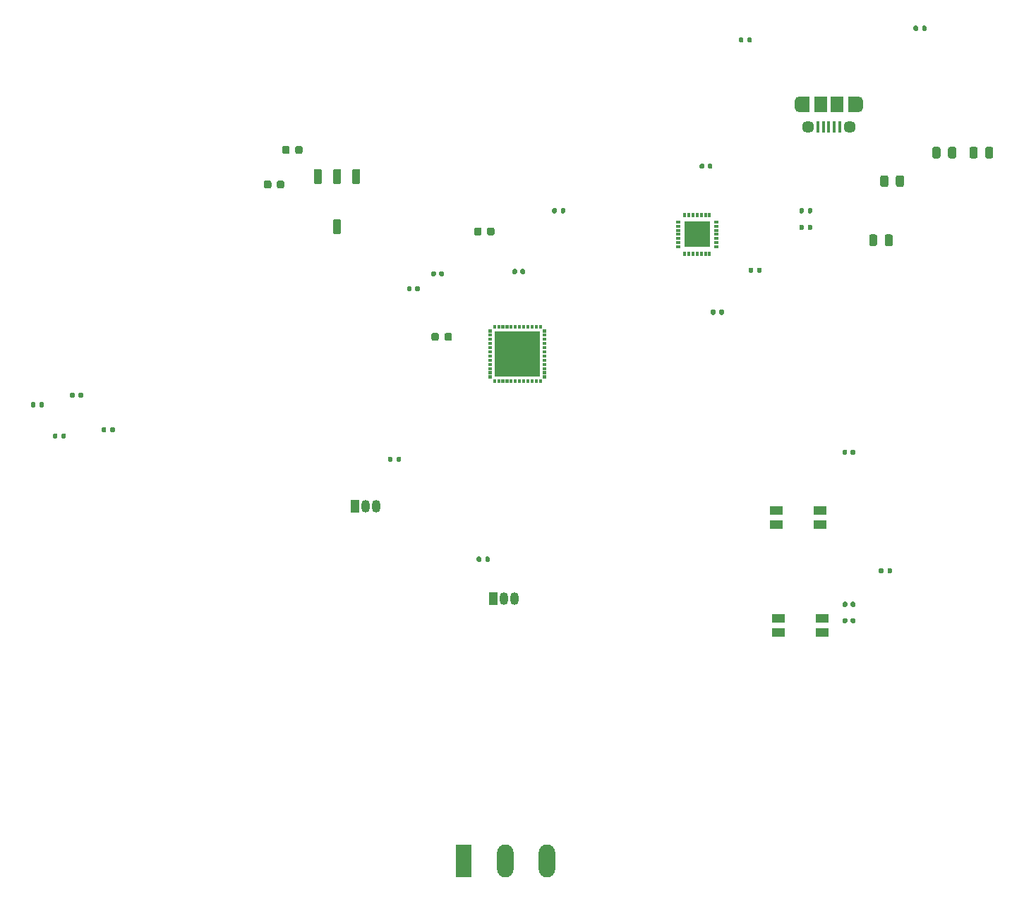
<source format=gbr>
%TF.GenerationSoftware,KiCad,Pcbnew,(5.1.10)-1*%
%TF.CreationDate,2021-11-14T07:07:01-06:00*%
%TF.ProjectId,SeniorDes_PCB,53656e69-6f72-4446-9573-5f5043422e6b,rev?*%
%TF.SameCoordinates,Original*%
%TF.FileFunction,Copper,L1,Top*%
%TF.FilePolarity,Positive*%
%FSLAX46Y46*%
G04 Gerber Fmt 4.6, Leading zero omitted, Abs format (unit mm)*
G04 Created by KiCad (PCBNEW (5.1.10)-1) date 2021-11-14 07:07:01*
%MOMM*%
%LPD*%
G01*
G04 APERTURE LIST*
%TA.AperFunction,SMDPad,CuDef*%
%ADD10R,3.149600X3.149600*%
%TD*%
%TA.AperFunction,SMDPad,CuDef*%
%ADD11R,0.304800X0.609600*%
%TD*%
%TA.AperFunction,SMDPad,CuDef*%
%ADD12R,0.609600X0.304800*%
%TD*%
%TA.AperFunction,SMDPad,CuDef*%
%ADD13R,5.400000X5.400000*%
%TD*%
%TA.AperFunction,SMDPad,CuDef*%
%ADD14R,1.550000X1.000000*%
%TD*%
%TA.AperFunction,ComponentPad*%
%ADD15R,1.050000X1.500000*%
%TD*%
%TA.AperFunction,ComponentPad*%
%ADD16O,1.050000X1.500000*%
%TD*%
%TA.AperFunction,ComponentPad*%
%ADD17O,1.980000X3.960000*%
%TD*%
%TA.AperFunction,ComponentPad*%
%ADD18R,1.980000X3.960000*%
%TD*%
%TA.AperFunction,SMDPad,CuDef*%
%ADD19R,1.200000X1.900000*%
%TD*%
%TA.AperFunction,ComponentPad*%
%ADD20O,1.200000X1.900000*%
%TD*%
%TA.AperFunction,SMDPad,CuDef*%
%ADD21R,1.500000X1.900000*%
%TD*%
%TA.AperFunction,ComponentPad*%
%ADD22C,1.450000*%
%TD*%
%TA.AperFunction,SMDPad,CuDef*%
%ADD23R,0.400000X1.350000*%
%TD*%
G04 APERTURE END LIST*
D10*
%TO.P,U3,29*%
%TO.N,GND*%
X166190000Y-67430000D03*
D11*
%TO.P,U3,28*%
%TO.N,Net-(U3-Pad28)*%
X164690000Y-65131300D03*
%TO.P,U3,27*%
%TO.N,DTR*%
X165189999Y-65131300D03*
%TO.P,U3,26*%
%TO.N,Net-(U3-Pad26)*%
X165690001Y-65131300D03*
%TO.P,U3,25*%
%TO.N,TXD*%
X166190000Y-65131300D03*
%TO.P,U3,24*%
%TO.N,RXD*%
X166689999Y-65131300D03*
%TO.P,U3,23*%
%TO.N,RTS*%
X167190001Y-65131300D03*
%TO.P,U3,22*%
%TO.N,CTS*%
X167690000Y-65131300D03*
D12*
%TO.P,U3,21*%
%TO.N,Net-(U3-Pad21)*%
X168488700Y-65930000D03*
%TO.P,U3,20*%
%TO.N,Net-(U3-Pad20)*%
X168488700Y-66429999D03*
%TO.P,U3,19*%
%TO.N,Net-(U3-Pad19)*%
X168488700Y-66930001D03*
%TO.P,U3,18*%
%TO.N,Net-(U3-Pad18)*%
X168488700Y-67430000D03*
%TO.P,U3,17*%
%TO.N,Net-(U3-Pad17)*%
X168488700Y-67929999D03*
%TO.P,U3,16*%
%TO.N,Net-(U3-Pad16)*%
X168488700Y-68430001D03*
%TO.P,U3,15*%
%TO.N,Net-(U3-Pad15)*%
X168488700Y-68930000D03*
D11*
%TO.P,U3,14*%
%TO.N,Net-(U3-Pad14)*%
X167690000Y-69728700D03*
%TO.P,U3,13*%
%TO.N,Net-(U3-Pad13)*%
X167190001Y-69728700D03*
%TO.P,U3,12*%
%TO.N,Net-(U3-Pad12)*%
X166689999Y-69728700D03*
%TO.P,U3,11*%
%TO.N,Net-(R6-Pad1)*%
X166190000Y-69728700D03*
%TO.P,U3,10*%
%TO.N,Net-(U3-Pad10)*%
X165690001Y-69728700D03*
%TO.P,U3,9*%
%TO.N,Net-(R5-Pad1)*%
X165189999Y-69728700D03*
%TO.P,U3,8*%
%TO.N,Net-(R3-Pad2)*%
X164690000Y-69728700D03*
D12*
%TO.P,U3,7*%
%TO.N,3V3*%
X163891300Y-68930000D03*
%TO.P,U3,6*%
X163891300Y-68430001D03*
%TO.P,U3,5*%
X163891300Y-67929999D03*
%TO.P,U3,4*%
%TO.N,USB_DN*%
X163891300Y-67430000D03*
%TO.P,U3,3*%
%TO.N,USB_DP*%
X163891300Y-66930001D03*
%TO.P,U3,2*%
%TO.N,GND*%
X163891300Y-66429999D03*
%TO.P,U3,1*%
%TO.N,Net-(U3-Pad1)*%
X163891300Y-65930000D03*
%TD*%
D13*
%TO.P,U2,49*%
%TO.N,GND*%
X144640000Y-81780000D03*
%TO.P,U2,48*%
%TO.N,Net-(U2-Pad48)*%
%TA.AperFunction,SMDPad,CuDef*%
G36*
G01*
X141715000Y-78726000D02*
X141715000Y-78304000D01*
G75*
G02*
X141729000Y-78290000I14000J0D01*
G01*
X142051000Y-78290000D01*
G75*
G02*
X142065000Y-78304000I0J-14000D01*
G01*
X142065000Y-78726000D01*
G75*
G02*
X142051000Y-78740000I-14000J0D01*
G01*
X141729000Y-78740000D01*
G75*
G02*
X141715000Y-78726000I0J14000D01*
G01*
G37*
%TD.AperFunction*%
%TO.P,U2,47*%
%TO.N,Net-(U2-Pad47)*%
%TA.AperFunction,SMDPad,CuDef*%
G36*
G01*
X142215000Y-78726000D02*
X142215000Y-78304000D01*
G75*
G02*
X142229000Y-78290000I14000J0D01*
G01*
X142551000Y-78290000D01*
G75*
G02*
X142565000Y-78304000I0J-14000D01*
G01*
X142565000Y-78726000D01*
G75*
G02*
X142551000Y-78740000I-14000J0D01*
G01*
X142229000Y-78740000D01*
G75*
G02*
X142215000Y-78726000I0J14000D01*
G01*
G37*
%TD.AperFunction*%
%TO.P,U2,46*%
%TO.N,Net-(C3-Pad1)*%
%TA.AperFunction,SMDPad,CuDef*%
G36*
G01*
X142715000Y-78726000D02*
X142715000Y-78304000D01*
G75*
G02*
X142729000Y-78290000I14000J0D01*
G01*
X143051000Y-78290000D01*
G75*
G02*
X143065000Y-78304000I0J-14000D01*
G01*
X143065000Y-78726000D01*
G75*
G02*
X143051000Y-78740000I-14000J0D01*
G01*
X142729000Y-78740000D01*
G75*
G02*
X142715000Y-78726000I0J14000D01*
G01*
G37*
%TD.AperFunction*%
%TO.P,U2,45*%
%TO.N,Net-(U2-Pad45)*%
%TA.AperFunction,SMDPad,CuDef*%
G36*
G01*
X143215000Y-78726000D02*
X143215000Y-78304000D01*
G75*
G02*
X143229000Y-78290000I14000J0D01*
G01*
X143551000Y-78290000D01*
G75*
G02*
X143565000Y-78304000I0J-14000D01*
G01*
X143565000Y-78726000D01*
G75*
G02*
X143551000Y-78740000I-14000J0D01*
G01*
X143229000Y-78740000D01*
G75*
G02*
X143215000Y-78726000I0J14000D01*
G01*
G37*
%TD.AperFunction*%
%TO.P,U2,44*%
%TO.N,Net-(U2-Pad44)*%
%TA.AperFunction,SMDPad,CuDef*%
G36*
G01*
X143715000Y-78726000D02*
X143715000Y-78304000D01*
G75*
G02*
X143729000Y-78290000I14000J0D01*
G01*
X144051000Y-78290000D01*
G75*
G02*
X144065000Y-78304000I0J-14000D01*
G01*
X144065000Y-78726000D01*
G75*
G02*
X144051000Y-78740000I-14000J0D01*
G01*
X143729000Y-78740000D01*
G75*
G02*
X143715000Y-78726000I0J14000D01*
G01*
G37*
%TD.AperFunction*%
%TO.P,U2,43*%
%TO.N,Net-(C3-Pad1)*%
%TA.AperFunction,SMDPad,CuDef*%
G36*
G01*
X144215000Y-78726000D02*
X144215000Y-78304000D01*
G75*
G02*
X144229000Y-78290000I14000J0D01*
G01*
X144551000Y-78290000D01*
G75*
G02*
X144565000Y-78304000I0J-14000D01*
G01*
X144565000Y-78726000D01*
G75*
G02*
X144551000Y-78740000I-14000J0D01*
G01*
X144229000Y-78740000D01*
G75*
G02*
X144215000Y-78726000I0J14000D01*
G01*
G37*
%TD.AperFunction*%
%TO.P,U2,42*%
%TO.N,Net-(U2-Pad42)*%
%TA.AperFunction,SMDPad,CuDef*%
G36*
G01*
X144715000Y-78726000D02*
X144715000Y-78304000D01*
G75*
G02*
X144729000Y-78290000I14000J0D01*
G01*
X145051000Y-78290000D01*
G75*
G02*
X145065000Y-78304000I0J-14000D01*
G01*
X145065000Y-78726000D01*
G75*
G02*
X145051000Y-78740000I-14000J0D01*
G01*
X144729000Y-78740000D01*
G75*
G02*
X144715000Y-78726000I0J14000D01*
G01*
G37*
%TD.AperFunction*%
%TO.P,U2,41*%
%TO.N,TXD0*%
%TA.AperFunction,SMDPad,CuDef*%
G36*
G01*
X145215000Y-78726000D02*
X145215000Y-78304000D01*
G75*
G02*
X145229000Y-78290000I14000J0D01*
G01*
X145551000Y-78290000D01*
G75*
G02*
X145565000Y-78304000I0J-14000D01*
G01*
X145565000Y-78726000D01*
G75*
G02*
X145551000Y-78740000I-14000J0D01*
G01*
X145229000Y-78740000D01*
G75*
G02*
X145215000Y-78726000I0J14000D01*
G01*
G37*
%TD.AperFunction*%
%TO.P,U2,40*%
%TO.N,RXD0*%
%TA.AperFunction,SMDPad,CuDef*%
G36*
G01*
X145715000Y-78726000D02*
X145715000Y-78304000D01*
G75*
G02*
X145729000Y-78290000I14000J0D01*
G01*
X146051000Y-78290000D01*
G75*
G02*
X146065000Y-78304000I0J-14000D01*
G01*
X146065000Y-78726000D01*
G75*
G02*
X146051000Y-78740000I-14000J0D01*
G01*
X145729000Y-78740000D01*
G75*
G02*
X145715000Y-78726000I0J14000D01*
G01*
G37*
%TD.AperFunction*%
%TO.P,U2,39*%
%TO.N,Net-(U2-Pad39)*%
%TA.AperFunction,SMDPad,CuDef*%
G36*
G01*
X146215000Y-78726000D02*
X146215000Y-78304000D01*
G75*
G02*
X146229000Y-78290000I14000J0D01*
G01*
X146551000Y-78290000D01*
G75*
G02*
X146565000Y-78304000I0J-14000D01*
G01*
X146565000Y-78726000D01*
G75*
G02*
X146551000Y-78740000I-14000J0D01*
G01*
X146229000Y-78740000D01*
G75*
G02*
X146215000Y-78726000I0J14000D01*
G01*
G37*
%TD.AperFunction*%
%TO.P,U2,38*%
%TO.N,Net-(U2-Pad38)*%
%TA.AperFunction,SMDPad,CuDef*%
G36*
G01*
X146715000Y-78726000D02*
X146715000Y-78304000D01*
G75*
G02*
X146729000Y-78290000I14000J0D01*
G01*
X147051000Y-78290000D01*
G75*
G02*
X147065000Y-78304000I0J-14000D01*
G01*
X147065000Y-78726000D01*
G75*
G02*
X147051000Y-78740000I-14000J0D01*
G01*
X146729000Y-78740000D01*
G75*
G02*
X146715000Y-78726000I0J14000D01*
G01*
G37*
%TD.AperFunction*%
%TO.P,U2,37*%
%TO.N,Net-(C3-Pad1)*%
%TA.AperFunction,SMDPad,CuDef*%
G36*
G01*
X147215000Y-78726000D02*
X147215000Y-78304000D01*
G75*
G02*
X147229000Y-78290000I14000J0D01*
G01*
X147551000Y-78290000D01*
G75*
G02*
X147565000Y-78304000I0J-14000D01*
G01*
X147565000Y-78726000D01*
G75*
G02*
X147551000Y-78740000I-14000J0D01*
G01*
X147229000Y-78740000D01*
G75*
G02*
X147215000Y-78726000I0J14000D01*
G01*
G37*
%TD.AperFunction*%
%TO.P,U2,36*%
%TO.N,Net-(U2-Pad36)*%
%TA.AperFunction,SMDPad,CuDef*%
G36*
G01*
X147680000Y-79191000D02*
X147680000Y-78869000D01*
G75*
G02*
X147694000Y-78855000I14000J0D01*
G01*
X148116000Y-78855000D01*
G75*
G02*
X148130000Y-78869000I0J-14000D01*
G01*
X148130000Y-79191000D01*
G75*
G02*
X148116000Y-79205000I-14000J0D01*
G01*
X147694000Y-79205000D01*
G75*
G02*
X147680000Y-79191000I0J14000D01*
G01*
G37*
%TD.AperFunction*%
%TO.P,U2,35*%
%TO.N,Net-(U2-Pad35)*%
%TA.AperFunction,SMDPad,CuDef*%
G36*
G01*
X147680000Y-79691000D02*
X147680000Y-79369000D01*
G75*
G02*
X147694000Y-79355000I14000J0D01*
G01*
X148116000Y-79355000D01*
G75*
G02*
X148130000Y-79369000I0J-14000D01*
G01*
X148130000Y-79691000D01*
G75*
G02*
X148116000Y-79705000I-14000J0D01*
G01*
X147694000Y-79705000D01*
G75*
G02*
X147680000Y-79691000I0J14000D01*
G01*
G37*
%TD.AperFunction*%
%TO.P,U2,34*%
%TO.N,/Fertility*%
%TA.AperFunction,SMDPad,CuDef*%
G36*
G01*
X147680000Y-80191000D02*
X147680000Y-79869000D01*
G75*
G02*
X147694000Y-79855000I14000J0D01*
G01*
X148116000Y-79855000D01*
G75*
G02*
X148130000Y-79869000I0J-14000D01*
G01*
X148130000Y-80191000D01*
G75*
G02*
X148116000Y-80205000I-14000J0D01*
G01*
X147694000Y-80205000D01*
G75*
G02*
X147680000Y-80191000I0J14000D01*
G01*
G37*
%TD.AperFunction*%
%TO.P,U2,33*%
%TO.N,Net-(U2-Pad33)*%
%TA.AperFunction,SMDPad,CuDef*%
G36*
G01*
X147680000Y-80691000D02*
X147680000Y-80369000D01*
G75*
G02*
X147694000Y-80355000I14000J0D01*
G01*
X148116000Y-80355000D01*
G75*
G02*
X148130000Y-80369000I0J-14000D01*
G01*
X148130000Y-80691000D01*
G75*
G02*
X148116000Y-80705000I-14000J0D01*
G01*
X147694000Y-80705000D01*
G75*
G02*
X147680000Y-80691000I0J14000D01*
G01*
G37*
%TD.AperFunction*%
%TO.P,U2,32*%
%TO.N,Net-(U2-Pad32)*%
%TA.AperFunction,SMDPad,CuDef*%
G36*
G01*
X147680000Y-81191000D02*
X147680000Y-80869000D01*
G75*
G02*
X147694000Y-80855000I14000J0D01*
G01*
X148116000Y-80855000D01*
G75*
G02*
X148130000Y-80869000I0J-14000D01*
G01*
X148130000Y-81191000D01*
G75*
G02*
X148116000Y-81205000I-14000J0D01*
G01*
X147694000Y-81205000D01*
G75*
G02*
X147680000Y-81191000I0J14000D01*
G01*
G37*
%TD.AperFunction*%
%TO.P,U2,31*%
%TO.N,Net-(U2-Pad31)*%
%TA.AperFunction,SMDPad,CuDef*%
G36*
G01*
X147680000Y-81691000D02*
X147680000Y-81369000D01*
G75*
G02*
X147694000Y-81355000I14000J0D01*
G01*
X148116000Y-81355000D01*
G75*
G02*
X148130000Y-81369000I0J-14000D01*
G01*
X148130000Y-81691000D01*
G75*
G02*
X148116000Y-81705000I-14000J0D01*
G01*
X147694000Y-81705000D01*
G75*
G02*
X147680000Y-81691000I0J14000D01*
G01*
G37*
%TD.AperFunction*%
%TO.P,U2,30*%
%TO.N,Net-(U2-Pad30)*%
%TA.AperFunction,SMDPad,CuDef*%
G36*
G01*
X147680000Y-82191000D02*
X147680000Y-81869000D01*
G75*
G02*
X147694000Y-81855000I14000J0D01*
G01*
X148116000Y-81855000D01*
G75*
G02*
X148130000Y-81869000I0J-14000D01*
G01*
X148130000Y-82191000D01*
G75*
G02*
X148116000Y-82205000I-14000J0D01*
G01*
X147694000Y-82205000D01*
G75*
G02*
X147680000Y-82191000I0J14000D01*
G01*
G37*
%TD.AperFunction*%
%TO.P,U2,29*%
%TO.N,Net-(U2-Pad29)*%
%TA.AperFunction,SMDPad,CuDef*%
G36*
G01*
X147680000Y-82691000D02*
X147680000Y-82369000D01*
G75*
G02*
X147694000Y-82355000I14000J0D01*
G01*
X148116000Y-82355000D01*
G75*
G02*
X148130000Y-82369000I0J-14000D01*
G01*
X148130000Y-82691000D01*
G75*
G02*
X148116000Y-82705000I-14000J0D01*
G01*
X147694000Y-82705000D01*
G75*
G02*
X147680000Y-82691000I0J14000D01*
G01*
G37*
%TD.AperFunction*%
%TO.P,U2,28*%
%TO.N,Net-(U2-Pad28)*%
%TA.AperFunction,SMDPad,CuDef*%
G36*
G01*
X147680000Y-83191000D02*
X147680000Y-82869000D01*
G75*
G02*
X147694000Y-82855000I14000J0D01*
G01*
X148116000Y-82855000D01*
G75*
G02*
X148130000Y-82869000I0J-14000D01*
G01*
X148130000Y-83191000D01*
G75*
G02*
X148116000Y-83205000I-14000J0D01*
G01*
X147694000Y-83205000D01*
G75*
G02*
X147680000Y-83191000I0J14000D01*
G01*
G37*
%TD.AperFunction*%
%TO.P,U2,27*%
%TO.N,Net-(U2-Pad27)*%
%TA.AperFunction,SMDPad,CuDef*%
G36*
G01*
X147680000Y-83691000D02*
X147680000Y-83369000D01*
G75*
G02*
X147694000Y-83355000I14000J0D01*
G01*
X148116000Y-83355000D01*
G75*
G02*
X148130000Y-83369000I0J-14000D01*
G01*
X148130000Y-83691000D01*
G75*
G02*
X148116000Y-83705000I-14000J0D01*
G01*
X147694000Y-83705000D01*
G75*
G02*
X147680000Y-83691000I0J14000D01*
G01*
G37*
%TD.AperFunction*%
%TO.P,U2,26*%
%TO.N,Net-(C3-Pad1)*%
%TA.AperFunction,SMDPad,CuDef*%
G36*
G01*
X147680000Y-84191000D02*
X147680000Y-83869000D01*
G75*
G02*
X147694000Y-83855000I14000J0D01*
G01*
X148116000Y-83855000D01*
G75*
G02*
X148130000Y-83869000I0J-14000D01*
G01*
X148130000Y-84191000D01*
G75*
G02*
X148116000Y-84205000I-14000J0D01*
G01*
X147694000Y-84205000D01*
G75*
G02*
X147680000Y-84191000I0J14000D01*
G01*
G37*
%TD.AperFunction*%
%TO.P,U2,25*%
%TO.N,Net-(U2-Pad25)*%
%TA.AperFunction,SMDPad,CuDef*%
G36*
G01*
X147680000Y-84691000D02*
X147680000Y-84369000D01*
G75*
G02*
X147694000Y-84355000I14000J0D01*
G01*
X148116000Y-84355000D01*
G75*
G02*
X148130000Y-84369000I0J-14000D01*
G01*
X148130000Y-84691000D01*
G75*
G02*
X148116000Y-84705000I-14000J0D01*
G01*
X147694000Y-84705000D01*
G75*
G02*
X147680000Y-84691000I0J14000D01*
G01*
G37*
%TD.AperFunction*%
%TO.P,U2,24*%
%TO.N,/Moisture*%
%TA.AperFunction,SMDPad,CuDef*%
G36*
G01*
X147215000Y-85256000D02*
X147215000Y-84834000D01*
G75*
G02*
X147229000Y-84820000I14000J0D01*
G01*
X147551000Y-84820000D01*
G75*
G02*
X147565000Y-84834000I0J-14000D01*
G01*
X147565000Y-85256000D01*
G75*
G02*
X147551000Y-85270000I-14000J0D01*
G01*
X147229000Y-85270000D01*
G75*
G02*
X147215000Y-85256000I0J14000D01*
G01*
G37*
%TD.AperFunction*%
%TO.P,U2,23*%
%TO.N,IO0*%
%TA.AperFunction,SMDPad,CuDef*%
G36*
G01*
X146715000Y-85256000D02*
X146715000Y-84834000D01*
G75*
G02*
X146729000Y-84820000I14000J0D01*
G01*
X147051000Y-84820000D01*
G75*
G02*
X147065000Y-84834000I0J-14000D01*
G01*
X147065000Y-85256000D01*
G75*
G02*
X147051000Y-85270000I-14000J0D01*
G01*
X146729000Y-85270000D01*
G75*
G02*
X146715000Y-85256000I0J14000D01*
G01*
G37*
%TD.AperFunction*%
%TO.P,U2,22*%
%TO.N,Net-(U2-Pad22)*%
%TA.AperFunction,SMDPad,CuDef*%
G36*
G01*
X146215000Y-85256000D02*
X146215000Y-84834000D01*
G75*
G02*
X146229000Y-84820000I14000J0D01*
G01*
X146551000Y-84820000D01*
G75*
G02*
X146565000Y-84834000I0J-14000D01*
G01*
X146565000Y-85256000D01*
G75*
G02*
X146551000Y-85270000I-14000J0D01*
G01*
X146229000Y-85270000D01*
G75*
G02*
X146215000Y-85256000I0J14000D01*
G01*
G37*
%TD.AperFunction*%
%TO.P,U2,21*%
%TO.N,IO15*%
%TA.AperFunction,SMDPad,CuDef*%
G36*
G01*
X145715000Y-85256000D02*
X145715000Y-84834000D01*
G75*
G02*
X145729000Y-84820000I14000J0D01*
G01*
X146051000Y-84820000D01*
G75*
G02*
X146065000Y-84834000I0J-14000D01*
G01*
X146065000Y-85256000D01*
G75*
G02*
X146051000Y-85270000I-14000J0D01*
G01*
X145729000Y-85270000D01*
G75*
G02*
X145715000Y-85256000I0J14000D01*
G01*
G37*
%TD.AperFunction*%
%TO.P,U2,20*%
%TO.N,IO13*%
%TA.AperFunction,SMDPad,CuDef*%
G36*
G01*
X145215000Y-85256000D02*
X145215000Y-84834000D01*
G75*
G02*
X145229000Y-84820000I14000J0D01*
G01*
X145551000Y-84820000D01*
G75*
G02*
X145565000Y-84834000I0J-14000D01*
G01*
X145565000Y-85256000D01*
G75*
G02*
X145551000Y-85270000I-14000J0D01*
G01*
X145229000Y-85270000D01*
G75*
G02*
X145215000Y-85256000I0J14000D01*
G01*
G37*
%TD.AperFunction*%
%TO.P,U2,19*%
%TO.N,Net-(C3-Pad1)*%
%TA.AperFunction,SMDPad,CuDef*%
G36*
G01*
X144715000Y-85256000D02*
X144715000Y-84834000D01*
G75*
G02*
X144729000Y-84820000I14000J0D01*
G01*
X145051000Y-84820000D01*
G75*
G02*
X145065000Y-84834000I0J-14000D01*
G01*
X145065000Y-85256000D01*
G75*
G02*
X145051000Y-85270000I-14000J0D01*
G01*
X144729000Y-85270000D01*
G75*
G02*
X144715000Y-85256000I0J14000D01*
G01*
G37*
%TD.AperFunction*%
%TO.P,U2,18*%
%TO.N,/pH*%
%TA.AperFunction,SMDPad,CuDef*%
G36*
G01*
X144215000Y-85256000D02*
X144215000Y-84834000D01*
G75*
G02*
X144229000Y-84820000I14000J0D01*
G01*
X144551000Y-84820000D01*
G75*
G02*
X144565000Y-84834000I0J-14000D01*
G01*
X144565000Y-85256000D01*
G75*
G02*
X144551000Y-85270000I-14000J0D01*
G01*
X144229000Y-85270000D01*
G75*
G02*
X144215000Y-85256000I0J14000D01*
G01*
G37*
%TD.AperFunction*%
%TO.P,U2,17*%
%TO.N,Net-(U2-Pad17)*%
%TA.AperFunction,SMDPad,CuDef*%
G36*
G01*
X143715000Y-85256000D02*
X143715000Y-84834000D01*
G75*
G02*
X143729000Y-84820000I14000J0D01*
G01*
X144051000Y-84820000D01*
G75*
G02*
X144065000Y-84834000I0J-14000D01*
G01*
X144065000Y-85256000D01*
G75*
G02*
X144051000Y-85270000I-14000J0D01*
G01*
X143729000Y-85270000D01*
G75*
G02*
X143715000Y-85256000I0J14000D01*
G01*
G37*
%TD.AperFunction*%
%TO.P,U2,16*%
%TO.N,Net-(U2-Pad16)*%
%TA.AperFunction,SMDPad,CuDef*%
G36*
G01*
X143215000Y-85256000D02*
X143215000Y-84834000D01*
G75*
G02*
X143229000Y-84820000I14000J0D01*
G01*
X143551000Y-84820000D01*
G75*
G02*
X143565000Y-84834000I0J-14000D01*
G01*
X143565000Y-85256000D01*
G75*
G02*
X143551000Y-85270000I-14000J0D01*
G01*
X143229000Y-85270000D01*
G75*
G02*
X143215000Y-85256000I0J14000D01*
G01*
G37*
%TD.AperFunction*%
%TO.P,U2,15*%
%TO.N,Net-(U2-Pad15)*%
%TA.AperFunction,SMDPad,CuDef*%
G36*
G01*
X142715000Y-85256000D02*
X142715000Y-84834000D01*
G75*
G02*
X142729000Y-84820000I14000J0D01*
G01*
X143051000Y-84820000D01*
G75*
G02*
X143065000Y-84834000I0J-14000D01*
G01*
X143065000Y-85256000D01*
G75*
G02*
X143051000Y-85270000I-14000J0D01*
G01*
X142729000Y-85270000D01*
G75*
G02*
X142715000Y-85256000I0J14000D01*
G01*
G37*
%TD.AperFunction*%
%TO.P,U2,14*%
%TO.N,Net-(U2-Pad14)*%
%TA.AperFunction,SMDPad,CuDef*%
G36*
G01*
X142215000Y-85256000D02*
X142215000Y-84834000D01*
G75*
G02*
X142229000Y-84820000I14000J0D01*
G01*
X142551000Y-84820000D01*
G75*
G02*
X142565000Y-84834000I0J-14000D01*
G01*
X142565000Y-85256000D01*
G75*
G02*
X142551000Y-85270000I-14000J0D01*
G01*
X142229000Y-85270000D01*
G75*
G02*
X142215000Y-85256000I0J14000D01*
G01*
G37*
%TD.AperFunction*%
%TO.P,U2,13*%
%TO.N,Net-(U2-Pad13)*%
%TA.AperFunction,SMDPad,CuDef*%
G36*
G01*
X141715000Y-85256000D02*
X141715000Y-84834000D01*
G75*
G02*
X141729000Y-84820000I14000J0D01*
G01*
X142051000Y-84820000D01*
G75*
G02*
X142065000Y-84834000I0J-14000D01*
G01*
X142065000Y-85256000D01*
G75*
G02*
X142051000Y-85270000I-14000J0D01*
G01*
X141729000Y-85270000D01*
G75*
G02*
X141715000Y-85256000I0J14000D01*
G01*
G37*
%TD.AperFunction*%
%TO.P,U2,12*%
%TO.N,Net-(U2-Pad12)*%
%TA.AperFunction,SMDPad,CuDef*%
G36*
G01*
X141150000Y-84691000D02*
X141150000Y-84369000D01*
G75*
G02*
X141164000Y-84355000I14000J0D01*
G01*
X141586000Y-84355000D01*
G75*
G02*
X141600000Y-84369000I0J-14000D01*
G01*
X141600000Y-84691000D01*
G75*
G02*
X141586000Y-84705000I-14000J0D01*
G01*
X141164000Y-84705000D01*
G75*
G02*
X141150000Y-84691000I0J14000D01*
G01*
G37*
%TD.AperFunction*%
%TO.P,U2,11*%
%TO.N,Net-(U2-Pad11)*%
%TA.AperFunction,SMDPad,CuDef*%
G36*
G01*
X141150000Y-84191000D02*
X141150000Y-83869000D01*
G75*
G02*
X141164000Y-83855000I14000J0D01*
G01*
X141586000Y-83855000D01*
G75*
G02*
X141600000Y-83869000I0J-14000D01*
G01*
X141600000Y-84191000D01*
G75*
G02*
X141586000Y-84205000I-14000J0D01*
G01*
X141164000Y-84205000D01*
G75*
G02*
X141150000Y-84191000I0J14000D01*
G01*
G37*
%TD.AperFunction*%
%TO.P,U2,10*%
%TO.N,Net-(U2-Pad10)*%
%TA.AperFunction,SMDPad,CuDef*%
G36*
G01*
X141150000Y-83691000D02*
X141150000Y-83369000D01*
G75*
G02*
X141164000Y-83355000I14000J0D01*
G01*
X141586000Y-83355000D01*
G75*
G02*
X141600000Y-83369000I0J-14000D01*
G01*
X141600000Y-83691000D01*
G75*
G02*
X141586000Y-83705000I-14000J0D01*
G01*
X141164000Y-83705000D01*
G75*
G02*
X141150000Y-83691000I0J14000D01*
G01*
G37*
%TD.AperFunction*%
%TO.P,U2,9*%
%TO.N,EN*%
%TA.AperFunction,SMDPad,CuDef*%
G36*
G01*
X141150000Y-83191000D02*
X141150000Y-82869000D01*
G75*
G02*
X141164000Y-82855000I14000J0D01*
G01*
X141586000Y-82855000D01*
G75*
G02*
X141600000Y-82869000I0J-14000D01*
G01*
X141600000Y-83191000D01*
G75*
G02*
X141586000Y-83205000I-14000J0D01*
G01*
X141164000Y-83205000D01*
G75*
G02*
X141150000Y-83191000I0J14000D01*
G01*
G37*
%TD.AperFunction*%
%TO.P,U2,8*%
%TO.N,Net-(U2-Pad8)*%
%TA.AperFunction,SMDPad,CuDef*%
G36*
G01*
X141150000Y-82691000D02*
X141150000Y-82369000D01*
G75*
G02*
X141164000Y-82355000I14000J0D01*
G01*
X141586000Y-82355000D01*
G75*
G02*
X141600000Y-82369000I0J-14000D01*
G01*
X141600000Y-82691000D01*
G75*
G02*
X141586000Y-82705000I-14000J0D01*
G01*
X141164000Y-82705000D01*
G75*
G02*
X141150000Y-82691000I0J14000D01*
G01*
G37*
%TD.AperFunction*%
%TO.P,U2,7*%
%TO.N,Net-(U2-Pad7)*%
%TA.AperFunction,SMDPad,CuDef*%
G36*
G01*
X141150000Y-82191000D02*
X141150000Y-81869000D01*
G75*
G02*
X141164000Y-81855000I14000J0D01*
G01*
X141586000Y-81855000D01*
G75*
G02*
X141600000Y-81869000I0J-14000D01*
G01*
X141600000Y-82191000D01*
G75*
G02*
X141586000Y-82205000I-14000J0D01*
G01*
X141164000Y-82205000D01*
G75*
G02*
X141150000Y-82191000I0J14000D01*
G01*
G37*
%TD.AperFunction*%
%TO.P,U2,6*%
%TO.N,Net-(U2-Pad6)*%
%TA.AperFunction,SMDPad,CuDef*%
G36*
G01*
X141150000Y-81691000D02*
X141150000Y-81369000D01*
G75*
G02*
X141164000Y-81355000I14000J0D01*
G01*
X141586000Y-81355000D01*
G75*
G02*
X141600000Y-81369000I0J-14000D01*
G01*
X141600000Y-81691000D01*
G75*
G02*
X141586000Y-81705000I-14000J0D01*
G01*
X141164000Y-81705000D01*
G75*
G02*
X141150000Y-81691000I0J14000D01*
G01*
G37*
%TD.AperFunction*%
%TO.P,U2,5*%
%TO.N,Net-(U2-Pad5)*%
%TA.AperFunction,SMDPad,CuDef*%
G36*
G01*
X141150000Y-81191000D02*
X141150000Y-80869000D01*
G75*
G02*
X141164000Y-80855000I14000J0D01*
G01*
X141586000Y-80855000D01*
G75*
G02*
X141600000Y-80869000I0J-14000D01*
G01*
X141600000Y-81191000D01*
G75*
G02*
X141586000Y-81205000I-14000J0D01*
G01*
X141164000Y-81205000D01*
G75*
G02*
X141150000Y-81191000I0J14000D01*
G01*
G37*
%TD.AperFunction*%
%TO.P,U2,4*%
%TO.N,Net-(C3-Pad1)*%
%TA.AperFunction,SMDPad,CuDef*%
G36*
G01*
X141150000Y-80691000D02*
X141150000Y-80369000D01*
G75*
G02*
X141164000Y-80355000I14000J0D01*
G01*
X141586000Y-80355000D01*
G75*
G02*
X141600000Y-80369000I0J-14000D01*
G01*
X141600000Y-80691000D01*
G75*
G02*
X141586000Y-80705000I-14000J0D01*
G01*
X141164000Y-80705000D01*
G75*
G02*
X141150000Y-80691000I0J14000D01*
G01*
G37*
%TD.AperFunction*%
%TO.P,U2,3*%
%TA.AperFunction,SMDPad,CuDef*%
G36*
G01*
X141150000Y-80191000D02*
X141150000Y-79869000D01*
G75*
G02*
X141164000Y-79855000I14000J0D01*
G01*
X141586000Y-79855000D01*
G75*
G02*
X141600000Y-79869000I0J-14000D01*
G01*
X141600000Y-80191000D01*
G75*
G02*
X141586000Y-80205000I-14000J0D01*
G01*
X141164000Y-80205000D01*
G75*
G02*
X141150000Y-80191000I0J14000D01*
G01*
G37*
%TD.AperFunction*%
%TO.P,U2,2*%
%TO.N,Net-(C6-Pad2)*%
%TA.AperFunction,SMDPad,CuDef*%
G36*
G01*
X141150000Y-79691000D02*
X141150000Y-79369000D01*
G75*
G02*
X141164000Y-79355000I14000J0D01*
G01*
X141586000Y-79355000D01*
G75*
G02*
X141600000Y-79369000I0J-14000D01*
G01*
X141600000Y-79691000D01*
G75*
G02*
X141586000Y-79705000I-14000J0D01*
G01*
X141164000Y-79705000D01*
G75*
G02*
X141150000Y-79691000I0J14000D01*
G01*
G37*
%TD.AperFunction*%
%TO.P,U2,1*%
%TO.N,Net-(C3-Pad1)*%
%TA.AperFunction,SMDPad,CuDef*%
G36*
G01*
X141150000Y-79191000D02*
X141150000Y-78869000D01*
G75*
G02*
X141164000Y-78855000I14000J0D01*
G01*
X141586000Y-78855000D01*
G75*
G02*
X141600000Y-78869000I0J-14000D01*
G01*
X141600000Y-79191000D01*
G75*
G02*
X141586000Y-79205000I-14000J0D01*
G01*
X141164000Y-79205000D01*
G75*
G02*
X141150000Y-79191000I0J14000D01*
G01*
G37*
%TD.AperFunction*%
%TD*%
%TO.P,U1,4*%
%TO.N,3V3*%
%TA.AperFunction,SMDPad,CuDef*%
G36*
G01*
X122642900Y-65585000D02*
X123337100Y-65585000D01*
G75*
G02*
X123435000Y-65682900I0J-97900D01*
G01*
X123435000Y-67297100D01*
G75*
G02*
X123337100Y-67395000I-97900J0D01*
G01*
X122642900Y-67395000D01*
G75*
G02*
X122545000Y-67297100I0J97900D01*
G01*
X122545000Y-65682900D01*
G75*
G02*
X122642900Y-65585000I97900J0D01*
G01*
G37*
%TD.AperFunction*%
%TO.P,U1,3*%
%TO.N,+9V*%
%TA.AperFunction,SMDPad,CuDef*%
G36*
G01*
X120342900Y-59565000D02*
X121037100Y-59565000D01*
G75*
G02*
X121135000Y-59662900I0J-97900D01*
G01*
X121135000Y-61277100D01*
G75*
G02*
X121037100Y-61375000I-97900J0D01*
G01*
X120342900Y-61375000D01*
G75*
G02*
X120245000Y-61277100I0J97900D01*
G01*
X120245000Y-59662900D01*
G75*
G02*
X120342900Y-59565000I97900J0D01*
G01*
G37*
%TD.AperFunction*%
%TO.P,U1,2*%
%TO.N,3V3*%
%TA.AperFunction,SMDPad,CuDef*%
G36*
G01*
X122642900Y-59565000D02*
X123337100Y-59565000D01*
G75*
G02*
X123435000Y-59662900I0J-97900D01*
G01*
X123435000Y-61277100D01*
G75*
G02*
X123337100Y-61375000I-97900J0D01*
G01*
X122642900Y-61375000D01*
G75*
G02*
X122545000Y-61277100I0J97900D01*
G01*
X122545000Y-59662900D01*
G75*
G02*
X122642900Y-59565000I97900J0D01*
G01*
G37*
%TD.AperFunction*%
%TO.P,U1,1*%
%TO.N,GND*%
%TA.AperFunction,SMDPad,CuDef*%
G36*
G01*
X124942900Y-59565000D02*
X125637100Y-59565000D01*
G75*
G02*
X125735000Y-59662900I0J-97900D01*
G01*
X125735000Y-61277100D01*
G75*
G02*
X125637100Y-61375000I-97900J0D01*
G01*
X124942900Y-61375000D01*
G75*
G02*
X124845000Y-61277100I0J97900D01*
G01*
X124845000Y-59662900D01*
G75*
G02*
X124942900Y-59565000I97900J0D01*
G01*
G37*
%TD.AperFunction*%
%TD*%
D14*
%TO.P,SW2,1*%
%TO.N,IO0*%
X180965000Y-100580000D03*
X175715000Y-100580000D03*
%TO.P,SW2,2*%
%TO.N,GND*%
X175715000Y-102280000D03*
X180965000Y-102280000D03*
%TD*%
%TO.P,SW1,1*%
%TO.N,EN*%
X181165000Y-113530000D03*
X175915000Y-113530000D03*
%TO.P,SW1,2*%
%TO.N,GND*%
X175915000Y-115230000D03*
X181165000Y-115230000D03*
%TD*%
%TO.P,R14,2*%
%TO.N,Net-(D4-Pad1)*%
%TA.AperFunction,SMDPad,CuDef*%
G36*
G01*
X193180000Y-42865000D02*
X193180000Y-42495000D01*
G75*
G02*
X193315000Y-42360000I135000J0D01*
G01*
X193585000Y-42360000D01*
G75*
G02*
X193720000Y-42495000I0J-135000D01*
G01*
X193720000Y-42865000D01*
G75*
G02*
X193585000Y-43000000I-135000J0D01*
G01*
X193315000Y-43000000D01*
G75*
G02*
X193180000Y-42865000I0J135000D01*
G01*
G37*
%TD.AperFunction*%
%TO.P,R14,1*%
%TO.N,USB_DN*%
%TA.AperFunction,SMDPad,CuDef*%
G36*
G01*
X192160000Y-42865000D02*
X192160000Y-42495000D01*
G75*
G02*
X192295000Y-42360000I135000J0D01*
G01*
X192565000Y-42360000D01*
G75*
G02*
X192700000Y-42495000I0J-135000D01*
G01*
X192700000Y-42865000D01*
G75*
G02*
X192565000Y-43000000I-135000J0D01*
G01*
X192295000Y-43000000D01*
G75*
G02*
X192160000Y-42865000I0J135000D01*
G01*
G37*
%TD.AperFunction*%
%TD*%
%TO.P,R13,2*%
%TO.N,USB_DP*%
%TA.AperFunction,SMDPad,CuDef*%
G36*
G01*
X172215001Y-44260001D02*
X172215001Y-43890001D01*
G75*
G02*
X172350001Y-43755001I135000J0D01*
G01*
X172620001Y-43755001D01*
G75*
G02*
X172755001Y-43890001I0J-135000D01*
G01*
X172755001Y-44260001D01*
G75*
G02*
X172620001Y-44395001I-135000J0D01*
G01*
X172350001Y-44395001D01*
G75*
G02*
X172215001Y-44260001I0J135000D01*
G01*
G37*
%TD.AperFunction*%
%TO.P,R13,1*%
%TO.N,Net-(D3-Pad1)*%
%TA.AperFunction,SMDPad,CuDef*%
G36*
G01*
X171195001Y-44260001D02*
X171195001Y-43890001D01*
G75*
G02*
X171330001Y-43755001I135000J0D01*
G01*
X171600001Y-43755001D01*
G75*
G02*
X171735001Y-43890001I0J-135000D01*
G01*
X171735001Y-44260001D01*
G75*
G02*
X171600001Y-44395001I-135000J0D01*
G01*
X171330001Y-44395001D01*
G75*
G02*
X171195001Y-44260001I0J135000D01*
G01*
G37*
%TD.AperFunction*%
%TD*%
%TO.P,R12,2*%
%TO.N,RTS*%
%TA.AperFunction,SMDPad,CuDef*%
G36*
G01*
X130130000Y-94615000D02*
X130130000Y-94245000D01*
G75*
G02*
X130265000Y-94110000I135000J0D01*
G01*
X130535000Y-94110000D01*
G75*
G02*
X130670000Y-94245000I0J-135000D01*
G01*
X130670000Y-94615000D01*
G75*
G02*
X130535000Y-94750000I-135000J0D01*
G01*
X130265000Y-94750000D01*
G75*
G02*
X130130000Y-94615000I0J135000D01*
G01*
G37*
%TD.AperFunction*%
%TO.P,R12,1*%
%TO.N,Net-(Q2-Pad2)*%
%TA.AperFunction,SMDPad,CuDef*%
G36*
G01*
X129110000Y-94615000D02*
X129110000Y-94245000D01*
G75*
G02*
X129245000Y-94110000I135000J0D01*
G01*
X129515000Y-94110000D01*
G75*
G02*
X129650000Y-94245000I0J-135000D01*
G01*
X129650000Y-94615000D01*
G75*
G02*
X129515000Y-94750000I-135000J0D01*
G01*
X129245000Y-94750000D01*
G75*
G02*
X129110000Y-94615000I0J135000D01*
G01*
G37*
%TD.AperFunction*%
%TD*%
%TO.P,R11,2*%
%TO.N,DTR*%
%TA.AperFunction,SMDPad,CuDef*%
G36*
G01*
X140770000Y-106615000D02*
X140770000Y-106245000D01*
G75*
G02*
X140905000Y-106110000I135000J0D01*
G01*
X141175000Y-106110000D01*
G75*
G02*
X141310000Y-106245000I0J-135000D01*
G01*
X141310000Y-106615000D01*
G75*
G02*
X141175000Y-106750000I-135000J0D01*
G01*
X140905000Y-106750000D01*
G75*
G02*
X140770000Y-106615000I0J135000D01*
G01*
G37*
%TD.AperFunction*%
%TO.P,R11,1*%
%TO.N,Net-(Q1-Pad2)*%
%TA.AperFunction,SMDPad,CuDef*%
G36*
G01*
X139750000Y-106615000D02*
X139750000Y-106245000D01*
G75*
G02*
X139885000Y-106110000I135000J0D01*
G01*
X140155000Y-106110000D01*
G75*
G02*
X140290000Y-106245000I0J-135000D01*
G01*
X140290000Y-106615000D01*
G75*
G02*
X140155000Y-106750000I-135000J0D01*
G01*
X139885000Y-106750000D01*
G75*
G02*
X139750000Y-106615000I0J135000D01*
G01*
G37*
%TD.AperFunction*%
%TD*%
%TO.P,R10,2*%
%TO.N,IO15*%
%TA.AperFunction,SMDPad,CuDef*%
G36*
G01*
X87280000Y-88065000D02*
X87280000Y-87695000D01*
G75*
G02*
X87415000Y-87560000I135000J0D01*
G01*
X87685000Y-87560000D01*
G75*
G02*
X87820000Y-87695000I0J-135000D01*
G01*
X87820000Y-88065000D01*
G75*
G02*
X87685000Y-88200000I-135000J0D01*
G01*
X87415000Y-88200000D01*
G75*
G02*
X87280000Y-88065000I0J135000D01*
G01*
G37*
%TD.AperFunction*%
%TO.P,R10,1*%
%TO.N,CTS*%
%TA.AperFunction,SMDPad,CuDef*%
G36*
G01*
X86260000Y-88065000D02*
X86260000Y-87695000D01*
G75*
G02*
X86395000Y-87560000I135000J0D01*
G01*
X86665000Y-87560000D01*
G75*
G02*
X86800000Y-87695000I0J-135000D01*
G01*
X86800000Y-88065000D01*
G75*
G02*
X86665000Y-88200000I-135000J0D01*
G01*
X86395000Y-88200000D01*
G75*
G02*
X86260000Y-88065000I0J135000D01*
G01*
G37*
%TD.AperFunction*%
%TD*%
%TO.P,R9,2*%
%TO.N,IO13*%
%TA.AperFunction,SMDPad,CuDef*%
G36*
G01*
X91980000Y-86915000D02*
X91980000Y-86545000D01*
G75*
G02*
X92115000Y-86410000I135000J0D01*
G01*
X92385000Y-86410000D01*
G75*
G02*
X92520000Y-86545000I0J-135000D01*
G01*
X92520000Y-86915000D01*
G75*
G02*
X92385000Y-87050000I-135000J0D01*
G01*
X92115000Y-87050000D01*
G75*
G02*
X91980000Y-86915000I0J135000D01*
G01*
G37*
%TD.AperFunction*%
%TO.P,R9,1*%
%TO.N,RTS*%
%TA.AperFunction,SMDPad,CuDef*%
G36*
G01*
X90960000Y-86915000D02*
X90960000Y-86545000D01*
G75*
G02*
X91095000Y-86410000I135000J0D01*
G01*
X91365000Y-86410000D01*
G75*
G02*
X91500000Y-86545000I0J-135000D01*
G01*
X91500000Y-86915000D01*
G75*
G02*
X91365000Y-87050000I-135000J0D01*
G01*
X91095000Y-87050000D01*
G75*
G02*
X90960000Y-86915000I0J135000D01*
G01*
G37*
%TD.AperFunction*%
%TD*%
%TO.P,R8,2*%
%TO.N,RXD0*%
%TA.AperFunction,SMDPad,CuDef*%
G36*
G01*
X95780000Y-91065000D02*
X95780000Y-90695000D01*
G75*
G02*
X95915000Y-90560000I135000J0D01*
G01*
X96185000Y-90560000D01*
G75*
G02*
X96320000Y-90695000I0J-135000D01*
G01*
X96320000Y-91065000D01*
G75*
G02*
X96185000Y-91200000I-135000J0D01*
G01*
X95915000Y-91200000D01*
G75*
G02*
X95780000Y-91065000I0J135000D01*
G01*
G37*
%TD.AperFunction*%
%TO.P,R8,1*%
%TO.N,TXD*%
%TA.AperFunction,SMDPad,CuDef*%
G36*
G01*
X94760000Y-91065000D02*
X94760000Y-90695000D01*
G75*
G02*
X94895000Y-90560000I135000J0D01*
G01*
X95165000Y-90560000D01*
G75*
G02*
X95300000Y-90695000I0J-135000D01*
G01*
X95300000Y-91065000D01*
G75*
G02*
X95165000Y-91200000I-135000J0D01*
G01*
X94895000Y-91200000D01*
G75*
G02*
X94760000Y-91065000I0J135000D01*
G01*
G37*
%TD.AperFunction*%
%TD*%
%TO.P,R7,2*%
%TO.N,TXD0*%
%TA.AperFunction,SMDPad,CuDef*%
G36*
G01*
X89930000Y-91815000D02*
X89930000Y-91445000D01*
G75*
G02*
X90065000Y-91310000I135000J0D01*
G01*
X90335000Y-91310000D01*
G75*
G02*
X90470000Y-91445000I0J-135000D01*
G01*
X90470000Y-91815000D01*
G75*
G02*
X90335000Y-91950000I-135000J0D01*
G01*
X90065000Y-91950000D01*
G75*
G02*
X89930000Y-91815000I0J135000D01*
G01*
G37*
%TD.AperFunction*%
%TO.P,R7,1*%
%TO.N,RXD*%
%TA.AperFunction,SMDPad,CuDef*%
G36*
G01*
X88910000Y-91815000D02*
X88910000Y-91445000D01*
G75*
G02*
X89045000Y-91310000I135000J0D01*
G01*
X89315000Y-91310000D01*
G75*
G02*
X89450000Y-91445000I0J-135000D01*
G01*
X89450000Y-91815000D01*
G75*
G02*
X89315000Y-91950000I-135000J0D01*
G01*
X89045000Y-91950000D01*
G75*
G02*
X88910000Y-91815000I0J135000D01*
G01*
G37*
%TD.AperFunction*%
%TD*%
%TO.P,R6,2*%
%TO.N,GND*%
%TA.AperFunction,SMDPad,CuDef*%
G36*
G01*
X179465001Y-66760001D02*
X179465001Y-66390001D01*
G75*
G02*
X179600001Y-66255001I135000J0D01*
G01*
X179870001Y-66255001D01*
G75*
G02*
X180005001Y-66390001I0J-135000D01*
G01*
X180005001Y-66760001D01*
G75*
G02*
X179870001Y-66895001I-135000J0D01*
G01*
X179600001Y-66895001D01*
G75*
G02*
X179465001Y-66760001I0J135000D01*
G01*
G37*
%TD.AperFunction*%
%TO.P,R6,1*%
%TO.N,Net-(R6-Pad1)*%
%TA.AperFunction,SMDPad,CuDef*%
G36*
G01*
X178445001Y-66760001D02*
X178445001Y-66390001D01*
G75*
G02*
X178580001Y-66255001I135000J0D01*
G01*
X178850001Y-66255001D01*
G75*
G02*
X178985001Y-66390001I0J-135000D01*
G01*
X178985001Y-66760001D01*
G75*
G02*
X178850001Y-66895001I-135000J0D01*
G01*
X178580001Y-66895001D01*
G75*
G02*
X178445001Y-66760001I0J135000D01*
G01*
G37*
%TD.AperFunction*%
%TD*%
%TO.P,R5,2*%
%TO.N,3V3*%
%TA.AperFunction,SMDPad,CuDef*%
G36*
G01*
X168865001Y-76950001D02*
X168865001Y-76580001D01*
G75*
G02*
X169000001Y-76445001I135000J0D01*
G01*
X169270001Y-76445001D01*
G75*
G02*
X169405001Y-76580001I0J-135000D01*
G01*
X169405001Y-76950001D01*
G75*
G02*
X169270001Y-77085001I-135000J0D01*
G01*
X169000001Y-77085001D01*
G75*
G02*
X168865001Y-76950001I0J135000D01*
G01*
G37*
%TD.AperFunction*%
%TO.P,R5,1*%
%TO.N,Net-(R5-Pad1)*%
%TA.AperFunction,SMDPad,CuDef*%
G36*
G01*
X167845001Y-76950001D02*
X167845001Y-76580001D01*
G75*
G02*
X167980001Y-76445001I135000J0D01*
G01*
X168250001Y-76445001D01*
G75*
G02*
X168385001Y-76580001I0J-135000D01*
G01*
X168385001Y-76950001D01*
G75*
G02*
X168250001Y-77085001I-135000J0D01*
G01*
X167980001Y-77085001D01*
G75*
G02*
X167845001Y-76950001I0J135000D01*
G01*
G37*
%TD.AperFunction*%
%TD*%
%TO.P,R4,2*%
%TO.N,GND*%
%TA.AperFunction,SMDPad,CuDef*%
G36*
G01*
X173395001Y-71920001D02*
X173395001Y-71550001D01*
G75*
G02*
X173530001Y-71415001I135000J0D01*
G01*
X173800001Y-71415001D01*
G75*
G02*
X173935001Y-71550001I0J-135000D01*
G01*
X173935001Y-71920001D01*
G75*
G02*
X173800001Y-72055001I-135000J0D01*
G01*
X173530001Y-72055001D01*
G75*
G02*
X173395001Y-71920001I0J135000D01*
G01*
G37*
%TD.AperFunction*%
%TO.P,R4,1*%
%TO.N,Net-(R3-Pad2)*%
%TA.AperFunction,SMDPad,CuDef*%
G36*
G01*
X172375001Y-71920001D02*
X172375001Y-71550001D01*
G75*
G02*
X172510001Y-71415001I135000J0D01*
G01*
X172780001Y-71415001D01*
G75*
G02*
X172915001Y-71550001I0J-135000D01*
G01*
X172915001Y-71920001D01*
G75*
G02*
X172780001Y-72055001I-135000J0D01*
G01*
X172510001Y-72055001D01*
G75*
G02*
X172375001Y-71920001I0J135000D01*
G01*
G37*
%TD.AperFunction*%
%TD*%
%TO.P,R3,2*%
%TO.N,Net-(R3-Pad2)*%
%TA.AperFunction,SMDPad,CuDef*%
G36*
G01*
X179465001Y-64770001D02*
X179465001Y-64400001D01*
G75*
G02*
X179600001Y-64265001I135000J0D01*
G01*
X179870001Y-64265001D01*
G75*
G02*
X180005001Y-64400001I0J-135000D01*
G01*
X180005001Y-64770001D01*
G75*
G02*
X179870001Y-64905001I-135000J0D01*
G01*
X179600001Y-64905001D01*
G75*
G02*
X179465001Y-64770001I0J135000D01*
G01*
G37*
%TD.AperFunction*%
%TO.P,R3,1*%
%TO.N,USB_5V0*%
%TA.AperFunction,SMDPad,CuDef*%
G36*
G01*
X178445001Y-64770001D02*
X178445001Y-64400001D01*
G75*
G02*
X178580001Y-64265001I135000J0D01*
G01*
X178850001Y-64265001D01*
G75*
G02*
X178985001Y-64400001I0J-135000D01*
G01*
X178985001Y-64770001D01*
G75*
G02*
X178850001Y-64905001I-135000J0D01*
G01*
X178580001Y-64905001D01*
G75*
G02*
X178445001Y-64770001I0J135000D01*
G01*
G37*
%TD.AperFunction*%
%TD*%
%TO.P,R2,2*%
%TO.N,Net-(C3-Pad1)*%
%TA.AperFunction,SMDPad,CuDef*%
G36*
G01*
X149830000Y-64765000D02*
X149830000Y-64395000D01*
G75*
G02*
X149965000Y-64260000I135000J0D01*
G01*
X150235000Y-64260000D01*
G75*
G02*
X150370000Y-64395000I0J-135000D01*
G01*
X150370000Y-64765000D01*
G75*
G02*
X150235000Y-64900000I-135000J0D01*
G01*
X149965000Y-64900000D01*
G75*
G02*
X149830000Y-64765000I0J135000D01*
G01*
G37*
%TD.AperFunction*%
%TO.P,R2,1*%
%TO.N,3V3*%
%TA.AperFunction,SMDPad,CuDef*%
G36*
G01*
X148810000Y-64765000D02*
X148810000Y-64395000D01*
G75*
G02*
X148945000Y-64260000I135000J0D01*
G01*
X149215000Y-64260000D01*
G75*
G02*
X149350000Y-64395000I0J-135000D01*
G01*
X149350000Y-64765000D01*
G75*
G02*
X149215000Y-64900000I-135000J0D01*
G01*
X148945000Y-64900000D01*
G75*
G02*
X148810000Y-64765000I0J135000D01*
G01*
G37*
%TD.AperFunction*%
%TD*%
%TO.P,R1,2*%
%TO.N,EN*%
%TA.AperFunction,SMDPad,CuDef*%
G36*
G01*
X189030000Y-108015000D02*
X189030000Y-107645000D01*
G75*
G02*
X189165000Y-107510000I135000J0D01*
G01*
X189435000Y-107510000D01*
G75*
G02*
X189570000Y-107645000I0J-135000D01*
G01*
X189570000Y-108015000D01*
G75*
G02*
X189435000Y-108150000I-135000J0D01*
G01*
X189165000Y-108150000D01*
G75*
G02*
X189030000Y-108015000I0J135000D01*
G01*
G37*
%TD.AperFunction*%
%TO.P,R1,1*%
%TO.N,3V3*%
%TA.AperFunction,SMDPad,CuDef*%
G36*
G01*
X188010000Y-108015000D02*
X188010000Y-107645000D01*
G75*
G02*
X188145000Y-107510000I135000J0D01*
G01*
X188415000Y-107510000D01*
G75*
G02*
X188550000Y-107645000I0J-135000D01*
G01*
X188550000Y-108015000D01*
G75*
G02*
X188415000Y-108150000I-135000J0D01*
G01*
X188145000Y-108150000D01*
G75*
G02*
X188010000Y-108015000I0J135000D01*
G01*
G37*
%TD.AperFunction*%
%TD*%
D15*
%TO.P,Q2,1*%
%TO.N,DTR*%
X125140000Y-100030000D03*
D16*
%TO.P,Q2,3*%
%TO.N,IO0*%
X127680000Y-100030000D03*
%TO.P,Q2,2*%
%TO.N,Net-(Q2-Pad2)*%
X126410000Y-100030000D03*
%TD*%
D15*
%TO.P,Q1,1*%
%TO.N,RTS*%
X141740000Y-111180000D03*
D16*
%TO.P,Q1,3*%
%TO.N,EN*%
X144280000Y-111180000D03*
%TO.P,Q1,2*%
%TO.N,Net-(Q1-Pad2)*%
X143010000Y-111180000D03*
%TD*%
%TO.P,L1,2*%
%TO.N,GND*%
%TA.AperFunction,SMDPad,CuDef*%
G36*
G01*
X135890000Y-79986250D02*
X135890000Y-79473750D01*
G75*
G02*
X136108750Y-79255000I218750J0D01*
G01*
X136546250Y-79255000D01*
G75*
G02*
X136765000Y-79473750I0J-218750D01*
G01*
X136765000Y-79986250D01*
G75*
G02*
X136546250Y-80205000I-218750J0D01*
G01*
X136108750Y-80205000D01*
G75*
G02*
X135890000Y-79986250I0J218750D01*
G01*
G37*
%TD.AperFunction*%
%TO.P,L1,1*%
%TO.N,Net-(C6-Pad2)*%
%TA.AperFunction,SMDPad,CuDef*%
G36*
G01*
X134315000Y-79986250D02*
X134315000Y-79473750D01*
G75*
G02*
X134533750Y-79255000I218750J0D01*
G01*
X134971250Y-79255000D01*
G75*
G02*
X135190000Y-79473750I0J-218750D01*
G01*
X135190000Y-79986250D01*
G75*
G02*
X134971250Y-80205000I-218750J0D01*
G01*
X134533750Y-80205000D01*
G75*
G02*
X134315000Y-79986250I0J218750D01*
G01*
G37*
%TD.AperFunction*%
%TD*%
D17*
%TO.P,J2,3*%
%TO.N,/pH*%
X148190000Y-142680000D03*
%TO.P,J2,2*%
%TO.N,/Fertility*%
X143190000Y-142680000D03*
D18*
%TO.P,J2,1*%
%TO.N,/Moisture*%
X138190000Y-142680000D03*
%TD*%
D19*
%TO.P,J1,6*%
%TO.N,GND*%
X184890000Y-51842500D03*
X179090000Y-51842500D03*
D20*
X178490000Y-51842500D03*
X185490000Y-51842500D03*
D21*
X182990000Y-51842500D03*
D22*
X179490000Y-54542500D03*
D23*
%TO.P,J1,3*%
%TO.N,Net-(D3-Pad1)*%
X181990000Y-54542500D03*
%TO.P,J1,4*%
%TO.N,Net-(J1-Pad4)*%
X181340000Y-54542500D03*
%TO.P,J1,5*%
%TO.N,GND*%
X180690000Y-54542500D03*
%TO.P,J1,1*%
%TO.N,Net-(D1-Pad1)*%
X183290000Y-54542500D03*
%TO.P,J1,2*%
%TO.N,Net-(D4-Pad1)*%
X182640000Y-54542500D03*
D22*
%TO.P,J1,6*%
%TO.N,GND*%
X184490000Y-54542500D03*
D21*
X180990000Y-51842500D03*
%TD*%
%TO.P,D4,2*%
%TO.N,GND*%
%TA.AperFunction,SMDPad,CuDef*%
G36*
G01*
X200745001Y-58066251D02*
X200745001Y-57153751D01*
G75*
G02*
X200988751Y-56910001I243750J0D01*
G01*
X201476251Y-56910001D01*
G75*
G02*
X201720001Y-57153751I0J-243750D01*
G01*
X201720001Y-58066251D01*
G75*
G02*
X201476251Y-58310001I-243750J0D01*
G01*
X200988751Y-58310001D01*
G75*
G02*
X200745001Y-58066251I0J243750D01*
G01*
G37*
%TD.AperFunction*%
%TO.P,D4,1*%
%TO.N,Net-(D4-Pad1)*%
%TA.AperFunction,SMDPad,CuDef*%
G36*
G01*
X198870001Y-58066251D02*
X198870001Y-57153751D01*
G75*
G02*
X199113751Y-56910001I243750J0D01*
G01*
X199601251Y-56910001D01*
G75*
G02*
X199845001Y-57153751I0J-243750D01*
G01*
X199845001Y-58066251D01*
G75*
G02*
X199601251Y-58310001I-243750J0D01*
G01*
X199113751Y-58310001D01*
G75*
G02*
X198870001Y-58066251I0J243750D01*
G01*
G37*
%TD.AperFunction*%
%TD*%
%TO.P,D3,2*%
%TO.N,GND*%
%TA.AperFunction,SMDPad,CuDef*%
G36*
G01*
X190040000Y-61486250D02*
X190040000Y-60573750D01*
G75*
G02*
X190283750Y-60330000I243750J0D01*
G01*
X190771250Y-60330000D01*
G75*
G02*
X191015000Y-60573750I0J-243750D01*
G01*
X191015000Y-61486250D01*
G75*
G02*
X190771250Y-61730000I-243750J0D01*
G01*
X190283750Y-61730000D01*
G75*
G02*
X190040000Y-61486250I0J243750D01*
G01*
G37*
%TD.AperFunction*%
%TO.P,D3,1*%
%TO.N,Net-(D3-Pad1)*%
%TA.AperFunction,SMDPad,CuDef*%
G36*
G01*
X188165000Y-61486250D02*
X188165000Y-60573750D01*
G75*
G02*
X188408750Y-60330000I243750J0D01*
G01*
X188896250Y-60330000D01*
G75*
G02*
X189140000Y-60573750I0J-243750D01*
G01*
X189140000Y-61486250D01*
G75*
G02*
X188896250Y-61730000I-243750J0D01*
G01*
X188408750Y-61730000D01*
G75*
G02*
X188165000Y-61486250I0J243750D01*
G01*
G37*
%TD.AperFunction*%
%TD*%
%TO.P,D2,2*%
%TO.N,Net-(D1-Pad1)*%
%TA.AperFunction,SMDPad,CuDef*%
G36*
G01*
X188702500Y-68586250D02*
X188702500Y-67673750D01*
G75*
G02*
X188946250Y-67430000I243750J0D01*
G01*
X189433750Y-67430000D01*
G75*
G02*
X189677500Y-67673750I0J-243750D01*
G01*
X189677500Y-68586250D01*
G75*
G02*
X189433750Y-68830000I-243750J0D01*
G01*
X188946250Y-68830000D01*
G75*
G02*
X188702500Y-68586250I0J243750D01*
G01*
G37*
%TD.AperFunction*%
%TO.P,D2,1*%
%TO.N,USB_5V0*%
%TA.AperFunction,SMDPad,CuDef*%
G36*
G01*
X186827500Y-68586250D02*
X186827500Y-67673750D01*
G75*
G02*
X187071250Y-67430000I243750J0D01*
G01*
X187558750Y-67430000D01*
G75*
G02*
X187802500Y-67673750I0J-243750D01*
G01*
X187802500Y-68586250D01*
G75*
G02*
X187558750Y-68830000I-243750J0D01*
G01*
X187071250Y-68830000D01*
G75*
G02*
X186827500Y-68586250I0J243750D01*
G01*
G37*
%TD.AperFunction*%
%TD*%
%TO.P,D1,2*%
%TO.N,GND*%
%TA.AperFunction,SMDPad,CuDef*%
G36*
G01*
X196295001Y-58066251D02*
X196295001Y-57153751D01*
G75*
G02*
X196538751Y-56910001I243750J0D01*
G01*
X197026251Y-56910001D01*
G75*
G02*
X197270001Y-57153751I0J-243750D01*
G01*
X197270001Y-58066251D01*
G75*
G02*
X197026251Y-58310001I-243750J0D01*
G01*
X196538751Y-58310001D01*
G75*
G02*
X196295001Y-58066251I0J243750D01*
G01*
G37*
%TD.AperFunction*%
%TO.P,D1,1*%
%TO.N,Net-(D1-Pad1)*%
%TA.AperFunction,SMDPad,CuDef*%
G36*
G01*
X194420001Y-58066251D02*
X194420001Y-57153751D01*
G75*
G02*
X194663751Y-56910001I243750J0D01*
G01*
X195151251Y-56910001D01*
G75*
G02*
X195395001Y-57153751I0J-243750D01*
G01*
X195395001Y-58066251D01*
G75*
G02*
X195151251Y-58310001I-243750J0D01*
G01*
X194663751Y-58310001D01*
G75*
G02*
X194420001Y-58066251I0J243750D01*
G01*
G37*
%TD.AperFunction*%
%TD*%
%TO.P,C10,2*%
%TO.N,GND*%
%TA.AperFunction,SMDPad,CuDef*%
G36*
G01*
X167460000Y-59400000D02*
X167460000Y-59060000D01*
G75*
G02*
X167600000Y-58920000I140000J0D01*
G01*
X167880000Y-58920000D01*
G75*
G02*
X168020000Y-59060000I0J-140000D01*
G01*
X168020000Y-59400000D01*
G75*
G02*
X167880000Y-59540000I-140000J0D01*
G01*
X167600000Y-59540000D01*
G75*
G02*
X167460000Y-59400000I0J140000D01*
G01*
G37*
%TD.AperFunction*%
%TO.P,C10,1*%
%TO.N,3V3*%
%TA.AperFunction,SMDPad,CuDef*%
G36*
G01*
X166500000Y-59400000D02*
X166500000Y-59060000D01*
G75*
G02*
X166640000Y-58920000I140000J0D01*
G01*
X166920000Y-58920000D01*
G75*
G02*
X167060000Y-59060000I0J-140000D01*
G01*
X167060000Y-59400000D01*
G75*
G02*
X166920000Y-59540000I-140000J0D01*
G01*
X166640000Y-59540000D01*
G75*
G02*
X166500000Y-59400000I0J140000D01*
G01*
G37*
%TD.AperFunction*%
%TD*%
%TO.P,C9,2*%
%TO.N,GND*%
%TA.AperFunction,SMDPad,CuDef*%
G36*
G01*
X184590000Y-93750000D02*
X184590000Y-93410000D01*
G75*
G02*
X184730000Y-93270000I140000J0D01*
G01*
X185010000Y-93270000D01*
G75*
G02*
X185150000Y-93410000I0J-140000D01*
G01*
X185150000Y-93750000D01*
G75*
G02*
X185010000Y-93890000I-140000J0D01*
G01*
X184730000Y-93890000D01*
G75*
G02*
X184590000Y-93750000I0J140000D01*
G01*
G37*
%TD.AperFunction*%
%TO.P,C9,1*%
%TO.N,IO0*%
%TA.AperFunction,SMDPad,CuDef*%
G36*
G01*
X183630000Y-93750000D02*
X183630000Y-93410000D01*
G75*
G02*
X183770000Y-93270000I140000J0D01*
G01*
X184050000Y-93270000D01*
G75*
G02*
X184190000Y-93410000I0J-140000D01*
G01*
X184190000Y-93750000D01*
G75*
G02*
X184050000Y-93890000I-140000J0D01*
G01*
X183770000Y-93890000D01*
G75*
G02*
X183630000Y-93750000I0J140000D01*
G01*
G37*
%TD.AperFunction*%
%TD*%
%TO.P,C8,2*%
%TO.N,GND*%
%TA.AperFunction,SMDPad,CuDef*%
G36*
G01*
X115765000Y-61680000D02*
X115765000Y-61180000D01*
G75*
G02*
X115990000Y-60955000I225000J0D01*
G01*
X116440000Y-60955000D01*
G75*
G02*
X116665000Y-61180000I0J-225000D01*
G01*
X116665000Y-61680000D01*
G75*
G02*
X116440000Y-61905000I-225000J0D01*
G01*
X115990000Y-61905000D01*
G75*
G02*
X115765000Y-61680000I0J225000D01*
G01*
G37*
%TD.AperFunction*%
%TO.P,C8,1*%
%TO.N,3V3*%
%TA.AperFunction,SMDPad,CuDef*%
G36*
G01*
X114215000Y-61680000D02*
X114215000Y-61180000D01*
G75*
G02*
X114440000Y-60955000I225000J0D01*
G01*
X114890000Y-60955000D01*
G75*
G02*
X115115000Y-61180000I0J-225000D01*
G01*
X115115000Y-61680000D01*
G75*
G02*
X114890000Y-61905000I-225000J0D01*
G01*
X114440000Y-61905000D01*
G75*
G02*
X114215000Y-61680000I0J225000D01*
G01*
G37*
%TD.AperFunction*%
%TD*%
%TO.P,C7,2*%
%TO.N,GND*%
%TA.AperFunction,SMDPad,CuDef*%
G36*
G01*
X132345001Y-74115001D02*
X132345001Y-73775001D01*
G75*
G02*
X132485001Y-73635001I140000J0D01*
G01*
X132765001Y-73635001D01*
G75*
G02*
X132905001Y-73775001I0J-140000D01*
G01*
X132905001Y-74115001D01*
G75*
G02*
X132765001Y-74255001I-140000J0D01*
G01*
X132485001Y-74255001D01*
G75*
G02*
X132345001Y-74115001I0J140000D01*
G01*
G37*
%TD.AperFunction*%
%TO.P,C7,1*%
%TO.N,Net-(C3-Pad1)*%
%TA.AperFunction,SMDPad,CuDef*%
G36*
G01*
X131385001Y-74115001D02*
X131385001Y-73775001D01*
G75*
G02*
X131525001Y-73635001I140000J0D01*
G01*
X131805001Y-73635001D01*
G75*
G02*
X131945001Y-73775001I0J-140000D01*
G01*
X131945001Y-74115001D01*
G75*
G02*
X131805001Y-74255001I-140000J0D01*
G01*
X131525001Y-74255001D01*
G75*
G02*
X131385001Y-74115001I0J140000D01*
G01*
G37*
%TD.AperFunction*%
%TD*%
%TO.P,C6,2*%
%TO.N,Net-(C6-Pad2)*%
%TA.AperFunction,SMDPad,CuDef*%
G36*
G01*
X135255001Y-72315001D02*
X135255001Y-71975001D01*
G75*
G02*
X135395001Y-71835001I140000J0D01*
G01*
X135675001Y-71835001D01*
G75*
G02*
X135815001Y-71975001I0J-140000D01*
G01*
X135815001Y-72315001D01*
G75*
G02*
X135675001Y-72455001I-140000J0D01*
G01*
X135395001Y-72455001D01*
G75*
G02*
X135255001Y-72315001I0J140000D01*
G01*
G37*
%TD.AperFunction*%
%TO.P,C6,1*%
%TO.N,Net-(C4-Pad1)*%
%TA.AperFunction,SMDPad,CuDef*%
G36*
G01*
X134295001Y-72315001D02*
X134295001Y-71975001D01*
G75*
G02*
X134435001Y-71835001I140000J0D01*
G01*
X134715001Y-71835001D01*
G75*
G02*
X134855001Y-71975001I0J-140000D01*
G01*
X134855001Y-72315001D01*
G75*
G02*
X134715001Y-72455001I-140000J0D01*
G01*
X134435001Y-72455001D01*
G75*
G02*
X134295001Y-72315001I0J140000D01*
G01*
G37*
%TD.AperFunction*%
%TD*%
%TO.P,C5,2*%
%TO.N,GND*%
%TA.AperFunction,SMDPad,CuDef*%
G36*
G01*
X184615001Y-112015001D02*
X184615001Y-111675001D01*
G75*
G02*
X184755001Y-111535001I140000J0D01*
G01*
X185035001Y-111535001D01*
G75*
G02*
X185175001Y-111675001I0J-140000D01*
G01*
X185175001Y-112015001D01*
G75*
G02*
X185035001Y-112155001I-140000J0D01*
G01*
X184755001Y-112155001D01*
G75*
G02*
X184615001Y-112015001I0J140000D01*
G01*
G37*
%TD.AperFunction*%
%TO.P,C5,1*%
%TO.N,EN*%
%TA.AperFunction,SMDPad,CuDef*%
G36*
G01*
X183655001Y-112015001D02*
X183655001Y-111675001D01*
G75*
G02*
X183795001Y-111535001I140000J0D01*
G01*
X184075001Y-111535001D01*
G75*
G02*
X184215001Y-111675001I0J-140000D01*
G01*
X184215001Y-112015001D01*
G75*
G02*
X184075001Y-112155001I-140000J0D01*
G01*
X183795001Y-112155001D01*
G75*
G02*
X183655001Y-112015001I0J140000D01*
G01*
G37*
%TD.AperFunction*%
%TD*%
%TO.P,C4,2*%
%TO.N,GND*%
%TA.AperFunction,SMDPad,CuDef*%
G36*
G01*
X144990000Y-72050000D02*
X144990000Y-71710000D01*
G75*
G02*
X145130000Y-71570000I140000J0D01*
G01*
X145410000Y-71570000D01*
G75*
G02*
X145550000Y-71710000I0J-140000D01*
G01*
X145550000Y-72050000D01*
G75*
G02*
X145410000Y-72190000I-140000J0D01*
G01*
X145130000Y-72190000D01*
G75*
G02*
X144990000Y-72050000I0J140000D01*
G01*
G37*
%TD.AperFunction*%
%TO.P,C4,1*%
%TO.N,Net-(C4-Pad1)*%
%TA.AperFunction,SMDPad,CuDef*%
G36*
G01*
X144030000Y-72050000D02*
X144030000Y-71710000D01*
G75*
G02*
X144170000Y-71570000I140000J0D01*
G01*
X144450000Y-71570000D01*
G75*
G02*
X144590000Y-71710000I0J-140000D01*
G01*
X144590000Y-72050000D01*
G75*
G02*
X144450000Y-72190000I-140000J0D01*
G01*
X144170000Y-72190000D01*
G75*
G02*
X144030000Y-72050000I0J140000D01*
G01*
G37*
%TD.AperFunction*%
%TD*%
%TO.P,C3,2*%
%TO.N,GND*%
%TA.AperFunction,SMDPad,CuDef*%
G36*
G01*
X140990000Y-67330000D02*
X140990000Y-66830000D01*
G75*
G02*
X141215000Y-66605000I225000J0D01*
G01*
X141665000Y-66605000D01*
G75*
G02*
X141890000Y-66830000I0J-225000D01*
G01*
X141890000Y-67330000D01*
G75*
G02*
X141665000Y-67555000I-225000J0D01*
G01*
X141215000Y-67555000D01*
G75*
G02*
X140990000Y-67330000I0J225000D01*
G01*
G37*
%TD.AperFunction*%
%TO.P,C3,1*%
%TO.N,Net-(C3-Pad1)*%
%TA.AperFunction,SMDPad,CuDef*%
G36*
G01*
X139440000Y-67330000D02*
X139440000Y-66830000D01*
G75*
G02*
X139665000Y-66605000I225000J0D01*
G01*
X140115000Y-66605000D01*
G75*
G02*
X140340000Y-66830000I0J-225000D01*
G01*
X140340000Y-67330000D01*
G75*
G02*
X140115000Y-67555000I-225000J0D01*
G01*
X139665000Y-67555000D01*
G75*
G02*
X139440000Y-67330000I0J225000D01*
G01*
G37*
%TD.AperFunction*%
%TD*%
%TO.P,C2,2*%
%TO.N,GND*%
%TA.AperFunction,SMDPad,CuDef*%
G36*
G01*
X184615001Y-113985001D02*
X184615001Y-113645001D01*
G75*
G02*
X184755001Y-113505001I140000J0D01*
G01*
X185035001Y-113505001D01*
G75*
G02*
X185175001Y-113645001I0J-140000D01*
G01*
X185175001Y-113985001D01*
G75*
G02*
X185035001Y-114125001I-140000J0D01*
G01*
X184755001Y-114125001D01*
G75*
G02*
X184615001Y-113985001I0J140000D01*
G01*
G37*
%TD.AperFunction*%
%TO.P,C2,1*%
%TO.N,EN*%
%TA.AperFunction,SMDPad,CuDef*%
G36*
G01*
X183655001Y-113985001D02*
X183655001Y-113645001D01*
G75*
G02*
X183795001Y-113505001I140000J0D01*
G01*
X184075001Y-113505001D01*
G75*
G02*
X184215001Y-113645001I0J-140000D01*
G01*
X184215001Y-113985001D01*
G75*
G02*
X184075001Y-114125001I-140000J0D01*
G01*
X183795001Y-114125001D01*
G75*
G02*
X183655001Y-113985001I0J140000D01*
G01*
G37*
%TD.AperFunction*%
%TD*%
%TO.P,C1,2*%
%TO.N,GND*%
%TA.AperFunction,SMDPad,CuDef*%
G36*
G01*
X117965000Y-57530000D02*
X117965000Y-57030000D01*
G75*
G02*
X118190000Y-56805000I225000J0D01*
G01*
X118640000Y-56805000D01*
G75*
G02*
X118865000Y-57030000I0J-225000D01*
G01*
X118865000Y-57530000D01*
G75*
G02*
X118640000Y-57755000I-225000J0D01*
G01*
X118190000Y-57755000D01*
G75*
G02*
X117965000Y-57530000I0J225000D01*
G01*
G37*
%TD.AperFunction*%
%TO.P,C1,1*%
%TO.N,+9V*%
%TA.AperFunction,SMDPad,CuDef*%
G36*
G01*
X116415000Y-57530000D02*
X116415000Y-57030000D01*
G75*
G02*
X116640000Y-56805000I225000J0D01*
G01*
X117090000Y-56805000D01*
G75*
G02*
X117315000Y-57030000I0J-225000D01*
G01*
X117315000Y-57530000D01*
G75*
G02*
X117090000Y-57755000I-225000J0D01*
G01*
X116640000Y-57755000D01*
G75*
G02*
X116415000Y-57530000I0J225000D01*
G01*
G37*
%TD.AperFunction*%
%TD*%
M02*

</source>
